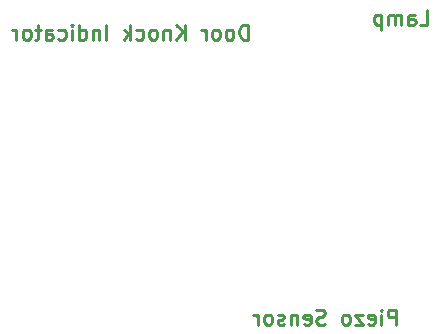
<source format=gbr>
G04 #@! TF.GenerationSoftware,KiCad,Pcbnew,(5.1.5-0-10_14)*
G04 #@! TF.CreationDate,2020-05-18T16:23:34+03:00*
G04 #@! TF.ProjectId,final2,66696e61-6c32-42e6-9b69-6361645f7063,rev?*
G04 #@! TF.SameCoordinates,Original*
G04 #@! TF.FileFunction,Paste,Bot*
G04 #@! TF.FilePolarity,Positive*
%FSLAX46Y46*%
G04 Gerber Fmt 4.6, Leading zero omitted, Abs format (unit mm)*
G04 Created by KiCad (PCBNEW (5.1.5-0-10_14)) date 2020-05-18 16:23:34*
%MOMM*%
%LPD*%
G04 APERTURE LIST*
%ADD10C,0.254000*%
G04 APERTURE END LIST*
D10*
X133077857Y-72964523D02*
X133077857Y-71694523D01*
X132775476Y-71694523D01*
X132594047Y-71755000D01*
X132473095Y-71875952D01*
X132412619Y-71996904D01*
X132352142Y-72238809D01*
X132352142Y-72420238D01*
X132412619Y-72662142D01*
X132473095Y-72783095D01*
X132594047Y-72904047D01*
X132775476Y-72964523D01*
X133077857Y-72964523D01*
X131626428Y-72964523D02*
X131747380Y-72904047D01*
X131807857Y-72843571D01*
X131868333Y-72722619D01*
X131868333Y-72359761D01*
X131807857Y-72238809D01*
X131747380Y-72178333D01*
X131626428Y-72117857D01*
X131445000Y-72117857D01*
X131324047Y-72178333D01*
X131263571Y-72238809D01*
X131203095Y-72359761D01*
X131203095Y-72722619D01*
X131263571Y-72843571D01*
X131324047Y-72904047D01*
X131445000Y-72964523D01*
X131626428Y-72964523D01*
X130477380Y-72964523D02*
X130598333Y-72904047D01*
X130658809Y-72843571D01*
X130719285Y-72722619D01*
X130719285Y-72359761D01*
X130658809Y-72238809D01*
X130598333Y-72178333D01*
X130477380Y-72117857D01*
X130295952Y-72117857D01*
X130175000Y-72178333D01*
X130114523Y-72238809D01*
X130054047Y-72359761D01*
X130054047Y-72722619D01*
X130114523Y-72843571D01*
X130175000Y-72904047D01*
X130295952Y-72964523D01*
X130477380Y-72964523D01*
X129509761Y-72964523D02*
X129509761Y-72117857D01*
X129509761Y-72359761D02*
X129449285Y-72238809D01*
X129388809Y-72178333D01*
X129267857Y-72117857D01*
X129146904Y-72117857D01*
X127755952Y-72964523D02*
X127755952Y-71694523D01*
X127030238Y-72964523D02*
X127574523Y-72238809D01*
X127030238Y-71694523D02*
X127755952Y-72420238D01*
X126485952Y-72117857D02*
X126485952Y-72964523D01*
X126485952Y-72238809D02*
X126425476Y-72178333D01*
X126304523Y-72117857D01*
X126123095Y-72117857D01*
X126002142Y-72178333D01*
X125941666Y-72299285D01*
X125941666Y-72964523D01*
X125155476Y-72964523D02*
X125276428Y-72904047D01*
X125336904Y-72843571D01*
X125397380Y-72722619D01*
X125397380Y-72359761D01*
X125336904Y-72238809D01*
X125276428Y-72178333D01*
X125155476Y-72117857D01*
X124974047Y-72117857D01*
X124853095Y-72178333D01*
X124792619Y-72238809D01*
X124732142Y-72359761D01*
X124732142Y-72722619D01*
X124792619Y-72843571D01*
X124853095Y-72904047D01*
X124974047Y-72964523D01*
X125155476Y-72964523D01*
X123643571Y-72904047D02*
X123764523Y-72964523D01*
X124006428Y-72964523D01*
X124127380Y-72904047D01*
X124187857Y-72843571D01*
X124248333Y-72722619D01*
X124248333Y-72359761D01*
X124187857Y-72238809D01*
X124127380Y-72178333D01*
X124006428Y-72117857D01*
X123764523Y-72117857D01*
X123643571Y-72178333D01*
X123099285Y-72964523D02*
X123099285Y-71694523D01*
X122978333Y-72480714D02*
X122615476Y-72964523D01*
X122615476Y-72117857D02*
X123099285Y-72601666D01*
X121103571Y-72964523D02*
X121103571Y-71694523D01*
X120498809Y-72117857D02*
X120498809Y-72964523D01*
X120498809Y-72238809D02*
X120438333Y-72178333D01*
X120317380Y-72117857D01*
X120135952Y-72117857D01*
X120015000Y-72178333D01*
X119954523Y-72299285D01*
X119954523Y-72964523D01*
X118805476Y-72964523D02*
X118805476Y-71694523D01*
X118805476Y-72904047D02*
X118926428Y-72964523D01*
X119168333Y-72964523D01*
X119289285Y-72904047D01*
X119349761Y-72843571D01*
X119410238Y-72722619D01*
X119410238Y-72359761D01*
X119349761Y-72238809D01*
X119289285Y-72178333D01*
X119168333Y-72117857D01*
X118926428Y-72117857D01*
X118805476Y-72178333D01*
X118200714Y-72964523D02*
X118200714Y-72117857D01*
X118200714Y-71694523D02*
X118261190Y-71755000D01*
X118200714Y-71815476D01*
X118140238Y-71755000D01*
X118200714Y-71694523D01*
X118200714Y-71815476D01*
X117051666Y-72904047D02*
X117172619Y-72964523D01*
X117414523Y-72964523D01*
X117535476Y-72904047D01*
X117595952Y-72843571D01*
X117656428Y-72722619D01*
X117656428Y-72359761D01*
X117595952Y-72238809D01*
X117535476Y-72178333D01*
X117414523Y-72117857D01*
X117172619Y-72117857D01*
X117051666Y-72178333D01*
X115963095Y-72964523D02*
X115963095Y-72299285D01*
X116023571Y-72178333D01*
X116144523Y-72117857D01*
X116386428Y-72117857D01*
X116507380Y-72178333D01*
X115963095Y-72904047D02*
X116084047Y-72964523D01*
X116386428Y-72964523D01*
X116507380Y-72904047D01*
X116567857Y-72783095D01*
X116567857Y-72662142D01*
X116507380Y-72541190D01*
X116386428Y-72480714D01*
X116084047Y-72480714D01*
X115963095Y-72420238D01*
X115539761Y-72117857D02*
X115055952Y-72117857D01*
X115358333Y-71694523D02*
X115358333Y-72783095D01*
X115297857Y-72904047D01*
X115176904Y-72964523D01*
X115055952Y-72964523D01*
X114451190Y-72964523D02*
X114572142Y-72904047D01*
X114632619Y-72843571D01*
X114693095Y-72722619D01*
X114693095Y-72359761D01*
X114632619Y-72238809D01*
X114572142Y-72178333D01*
X114451190Y-72117857D01*
X114269761Y-72117857D01*
X114148809Y-72178333D01*
X114088333Y-72238809D01*
X114027857Y-72359761D01*
X114027857Y-72722619D01*
X114088333Y-72843571D01*
X114148809Y-72904047D01*
X114269761Y-72964523D01*
X114451190Y-72964523D01*
X113483571Y-72964523D02*
X113483571Y-72117857D01*
X113483571Y-72359761D02*
X113423095Y-72238809D01*
X113362619Y-72178333D01*
X113241666Y-72117857D01*
X113120714Y-72117857D01*
X145656904Y-97094523D02*
X145656904Y-95824523D01*
X145173095Y-95824523D01*
X145052142Y-95885000D01*
X144991666Y-95945476D01*
X144931190Y-96066428D01*
X144931190Y-96247857D01*
X144991666Y-96368809D01*
X145052142Y-96429285D01*
X145173095Y-96489761D01*
X145656904Y-96489761D01*
X144386904Y-97094523D02*
X144386904Y-96247857D01*
X144386904Y-95824523D02*
X144447380Y-95885000D01*
X144386904Y-95945476D01*
X144326428Y-95885000D01*
X144386904Y-95824523D01*
X144386904Y-95945476D01*
X143298333Y-97034047D02*
X143419285Y-97094523D01*
X143661190Y-97094523D01*
X143782142Y-97034047D01*
X143842619Y-96913095D01*
X143842619Y-96429285D01*
X143782142Y-96308333D01*
X143661190Y-96247857D01*
X143419285Y-96247857D01*
X143298333Y-96308333D01*
X143237857Y-96429285D01*
X143237857Y-96550238D01*
X143842619Y-96671190D01*
X142814523Y-96247857D02*
X142149285Y-96247857D01*
X142814523Y-97094523D01*
X142149285Y-97094523D01*
X141484047Y-97094523D02*
X141605000Y-97034047D01*
X141665476Y-96973571D01*
X141725952Y-96852619D01*
X141725952Y-96489761D01*
X141665476Y-96368809D01*
X141605000Y-96308333D01*
X141484047Y-96247857D01*
X141302619Y-96247857D01*
X141181666Y-96308333D01*
X141121190Y-96368809D01*
X141060714Y-96489761D01*
X141060714Y-96852619D01*
X141121190Y-96973571D01*
X141181666Y-97034047D01*
X141302619Y-97094523D01*
X141484047Y-97094523D01*
X139609285Y-97034047D02*
X139427857Y-97094523D01*
X139125476Y-97094523D01*
X139004523Y-97034047D01*
X138944047Y-96973571D01*
X138883571Y-96852619D01*
X138883571Y-96731666D01*
X138944047Y-96610714D01*
X139004523Y-96550238D01*
X139125476Y-96489761D01*
X139367380Y-96429285D01*
X139488333Y-96368809D01*
X139548809Y-96308333D01*
X139609285Y-96187380D01*
X139609285Y-96066428D01*
X139548809Y-95945476D01*
X139488333Y-95885000D01*
X139367380Y-95824523D01*
X139065000Y-95824523D01*
X138883571Y-95885000D01*
X137855476Y-97034047D02*
X137976428Y-97094523D01*
X138218333Y-97094523D01*
X138339285Y-97034047D01*
X138399761Y-96913095D01*
X138399761Y-96429285D01*
X138339285Y-96308333D01*
X138218333Y-96247857D01*
X137976428Y-96247857D01*
X137855476Y-96308333D01*
X137795000Y-96429285D01*
X137795000Y-96550238D01*
X138399761Y-96671190D01*
X137250714Y-96247857D02*
X137250714Y-97094523D01*
X137250714Y-96368809D02*
X137190238Y-96308333D01*
X137069285Y-96247857D01*
X136887857Y-96247857D01*
X136766904Y-96308333D01*
X136706428Y-96429285D01*
X136706428Y-97094523D01*
X136162142Y-97034047D02*
X136041190Y-97094523D01*
X135799285Y-97094523D01*
X135678333Y-97034047D01*
X135617857Y-96913095D01*
X135617857Y-96852619D01*
X135678333Y-96731666D01*
X135799285Y-96671190D01*
X135980714Y-96671190D01*
X136101666Y-96610714D01*
X136162142Y-96489761D01*
X136162142Y-96429285D01*
X136101666Y-96308333D01*
X135980714Y-96247857D01*
X135799285Y-96247857D01*
X135678333Y-96308333D01*
X134892142Y-97094523D02*
X135013095Y-97034047D01*
X135073571Y-96973571D01*
X135134047Y-96852619D01*
X135134047Y-96489761D01*
X135073571Y-96368809D01*
X135013095Y-96308333D01*
X134892142Y-96247857D01*
X134710714Y-96247857D01*
X134589761Y-96308333D01*
X134529285Y-96368809D01*
X134468809Y-96489761D01*
X134468809Y-96852619D01*
X134529285Y-96973571D01*
X134589761Y-97034047D01*
X134710714Y-97094523D01*
X134892142Y-97094523D01*
X133924523Y-97094523D02*
X133924523Y-96247857D01*
X133924523Y-96489761D02*
X133864047Y-96368809D01*
X133803571Y-96308333D01*
X133682619Y-96247857D01*
X133561666Y-96247857D01*
X147652619Y-71694523D02*
X148257380Y-71694523D01*
X148257380Y-70424523D01*
X146685000Y-71694523D02*
X146685000Y-71029285D01*
X146745476Y-70908333D01*
X146866428Y-70847857D01*
X147108333Y-70847857D01*
X147229285Y-70908333D01*
X146685000Y-71634047D02*
X146805952Y-71694523D01*
X147108333Y-71694523D01*
X147229285Y-71634047D01*
X147289761Y-71513095D01*
X147289761Y-71392142D01*
X147229285Y-71271190D01*
X147108333Y-71210714D01*
X146805952Y-71210714D01*
X146685000Y-71150238D01*
X146080238Y-71694523D02*
X146080238Y-70847857D01*
X146080238Y-70968809D02*
X146019761Y-70908333D01*
X145898809Y-70847857D01*
X145717380Y-70847857D01*
X145596428Y-70908333D01*
X145535952Y-71029285D01*
X145535952Y-71694523D01*
X145535952Y-71029285D02*
X145475476Y-70908333D01*
X145354523Y-70847857D01*
X145173095Y-70847857D01*
X145052142Y-70908333D01*
X144991666Y-71029285D01*
X144991666Y-71694523D01*
X144386904Y-70847857D02*
X144386904Y-72117857D01*
X144386904Y-70908333D02*
X144265952Y-70847857D01*
X144024047Y-70847857D01*
X143903095Y-70908333D01*
X143842619Y-70968809D01*
X143782142Y-71089761D01*
X143782142Y-71452619D01*
X143842619Y-71573571D01*
X143903095Y-71634047D01*
X144024047Y-71694523D01*
X144265952Y-71694523D01*
X144386904Y-71634047D01*
M02*

</source>
